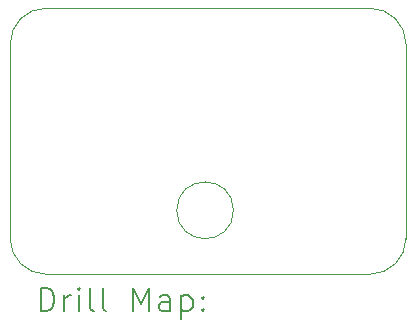
<source format=gbr>
%TF.GenerationSoftware,KiCad,Pcbnew,8.0.5*%
%TF.CreationDate,2024-11-09T17:30:53+01:00*%
%TF.ProjectId,converter,636f6e76-6572-4746-9572-2e6b69636164,rev?*%
%TF.SameCoordinates,Original*%
%TF.FileFunction,Drillmap*%
%TF.FilePolarity,Positive*%
%FSLAX45Y45*%
G04 Gerber Fmt 4.5, Leading zero omitted, Abs format (unit mm)*
G04 Created by KiCad (PCBNEW 8.0.5) date 2024-11-09 17:30:53*
%MOMM*%
%LPD*%
G01*
G04 APERTURE LIST*
%ADD10C,0.050000*%
%ADD11C,0.200000*%
G04 APERTURE END LIST*
D10*
X7250000Y-2100000D02*
G75*
G02*
X7550000Y-2400000I0J-300000D01*
G01*
X7550000Y-2400000D02*
X7550000Y-4050000D01*
X4200000Y-4050000D02*
X4200000Y-2400000D01*
X4500000Y-4350000D02*
G75*
G02*
X4200000Y-4050000I0J300000D01*
G01*
X7250000Y-4350000D02*
X4500000Y-4350000D01*
X7250000Y-2100000D02*
X4500000Y-2100000D01*
X7550000Y-4050000D02*
G75*
G02*
X7250000Y-4350000I-300000J0D01*
G01*
X4200000Y-2400000D02*
G75*
G02*
X4500000Y-2100000I300000J0D01*
G01*
X6090000Y-3810000D02*
G75*
G02*
X5610000Y-3810000I-240000J0D01*
G01*
X5610000Y-3810000D02*
G75*
G02*
X6090000Y-3810000I240000J0D01*
G01*
D11*
X4458277Y-4663984D02*
X4458277Y-4463984D01*
X4458277Y-4463984D02*
X4505896Y-4463984D01*
X4505896Y-4463984D02*
X4534467Y-4473508D01*
X4534467Y-4473508D02*
X4553515Y-4492555D01*
X4553515Y-4492555D02*
X4563039Y-4511603D01*
X4563039Y-4511603D02*
X4572563Y-4549698D01*
X4572563Y-4549698D02*
X4572563Y-4578270D01*
X4572563Y-4578270D02*
X4563039Y-4616365D01*
X4563039Y-4616365D02*
X4553515Y-4635412D01*
X4553515Y-4635412D02*
X4534467Y-4654460D01*
X4534467Y-4654460D02*
X4505896Y-4663984D01*
X4505896Y-4663984D02*
X4458277Y-4663984D01*
X4658277Y-4663984D02*
X4658277Y-4530650D01*
X4658277Y-4568746D02*
X4667801Y-4549698D01*
X4667801Y-4549698D02*
X4677324Y-4540174D01*
X4677324Y-4540174D02*
X4696372Y-4530650D01*
X4696372Y-4530650D02*
X4715420Y-4530650D01*
X4782086Y-4663984D02*
X4782086Y-4530650D01*
X4782086Y-4463984D02*
X4772563Y-4473508D01*
X4772563Y-4473508D02*
X4782086Y-4483031D01*
X4782086Y-4483031D02*
X4791610Y-4473508D01*
X4791610Y-4473508D02*
X4782086Y-4463984D01*
X4782086Y-4463984D02*
X4782086Y-4483031D01*
X4905896Y-4663984D02*
X4886848Y-4654460D01*
X4886848Y-4654460D02*
X4877324Y-4635412D01*
X4877324Y-4635412D02*
X4877324Y-4463984D01*
X5010658Y-4663984D02*
X4991610Y-4654460D01*
X4991610Y-4654460D02*
X4982086Y-4635412D01*
X4982086Y-4635412D02*
X4982086Y-4463984D01*
X5239229Y-4663984D02*
X5239229Y-4463984D01*
X5239229Y-4463984D02*
X5305896Y-4606841D01*
X5305896Y-4606841D02*
X5372563Y-4463984D01*
X5372563Y-4463984D02*
X5372563Y-4663984D01*
X5553515Y-4663984D02*
X5553515Y-4559222D01*
X5553515Y-4559222D02*
X5543991Y-4540174D01*
X5543991Y-4540174D02*
X5524944Y-4530650D01*
X5524944Y-4530650D02*
X5486848Y-4530650D01*
X5486848Y-4530650D02*
X5467801Y-4540174D01*
X5553515Y-4654460D02*
X5534467Y-4663984D01*
X5534467Y-4663984D02*
X5486848Y-4663984D01*
X5486848Y-4663984D02*
X5467801Y-4654460D01*
X5467801Y-4654460D02*
X5458277Y-4635412D01*
X5458277Y-4635412D02*
X5458277Y-4616365D01*
X5458277Y-4616365D02*
X5467801Y-4597317D01*
X5467801Y-4597317D02*
X5486848Y-4587793D01*
X5486848Y-4587793D02*
X5534467Y-4587793D01*
X5534467Y-4587793D02*
X5553515Y-4578270D01*
X5648753Y-4530650D02*
X5648753Y-4730650D01*
X5648753Y-4540174D02*
X5667801Y-4530650D01*
X5667801Y-4530650D02*
X5705896Y-4530650D01*
X5705896Y-4530650D02*
X5724943Y-4540174D01*
X5724943Y-4540174D02*
X5734467Y-4549698D01*
X5734467Y-4549698D02*
X5743991Y-4568746D01*
X5743991Y-4568746D02*
X5743991Y-4625889D01*
X5743991Y-4625889D02*
X5734467Y-4644936D01*
X5734467Y-4644936D02*
X5724943Y-4654460D01*
X5724943Y-4654460D02*
X5705896Y-4663984D01*
X5705896Y-4663984D02*
X5667801Y-4663984D01*
X5667801Y-4663984D02*
X5648753Y-4654460D01*
X5829705Y-4644936D02*
X5839229Y-4654460D01*
X5839229Y-4654460D02*
X5829705Y-4663984D01*
X5829705Y-4663984D02*
X5820182Y-4654460D01*
X5820182Y-4654460D02*
X5829705Y-4644936D01*
X5829705Y-4644936D02*
X5829705Y-4663984D01*
X5829705Y-4540174D02*
X5839229Y-4549698D01*
X5839229Y-4549698D02*
X5829705Y-4559222D01*
X5829705Y-4559222D02*
X5820182Y-4549698D01*
X5820182Y-4549698D02*
X5829705Y-4540174D01*
X5829705Y-4540174D02*
X5829705Y-4559222D01*
M02*

</source>
